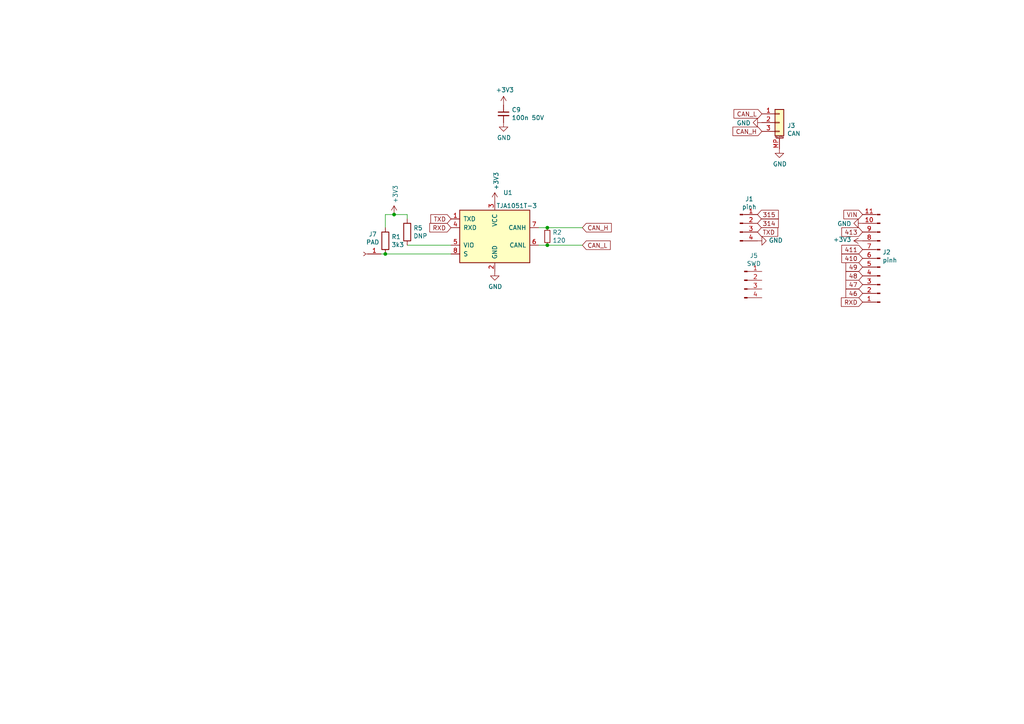
<source format=kicad_sch>
(kicad_sch (version 20211123) (generator eeschema)
  (paper "A4")
  (lib_symbols
    (symbol "Connector:Conn_01x01_Female" (pin_names (offset 1.016) hide)
      (property "Reference" "J" (at 0 2.54 0))
      (property "Value" "Conn_01x01_Female" (at 0 -2.54 0))
      (symbol "Conn_01x01_Female_1_1"
        (polyline (pts (xy -1.27 0) (xy -0.508 0)) (stroke (width 0.1524)))
        (arc (start 0 0.508) (mid -0.508 0) (end 0 -0.508) (stroke (width 0.1524)))
        (pin passive line (at -5.08 0 0) (length 3.81) (name "Pin_1") (number "1"))
      )
    )
    (symbol "Connector:Conn_01x04_Male" (pin_names (offset 1.016) hide)
      (property "Reference" "J" (at 0 5.08 0))
      (property "Value" "Conn_01x04_Male" (at 0 -7.62 0))
      (symbol "Conn_01x04_Male_1_1"
        (polyline (pts (xy 1.27 -5.08) (xy 0.8636 -5.08)) (stroke (width 0.1524)))
        (polyline (pts (xy 1.27 -2.54) (xy 0.8636 -2.54)) (stroke (width 0.1524)))
        (polyline (pts (xy 1.27 0) (xy 0.8636 0)) (stroke (width 0.1524)))
        (polyline (pts (xy 1.27 2.54) (xy 0.8636 2.54)) (stroke (width 0.1524)))
        (rectangle (start 0.8636 -4.953) (end 0 -5.207) (stroke (width 0.1524)) (fill (type outline)))
        (rectangle (start 0.8636 -2.413) (end 0 -2.667) (stroke (width 0.1524)) (fill (type outline)))
        (rectangle (start 0.8636 0.127) (end 0 -0.127) (stroke (width 0.1524)) (fill (type outline)))
        (rectangle (start 0.8636 2.667) (end 0 2.413) (stroke (width 0.1524)) (fill (type outline)))
        (pin passive line (at 5.08 2.54 180) (length 3.81) (name "Pin_1") (number "1"))
        (pin passive line (at 5.08 0 180) (length 3.81) (name "Pin_2") (number "2"))
        (pin passive line (at 5.08 -2.54 180) (length 3.81) (name "Pin_3") (number "3"))
        (pin passive line (at 5.08 -5.08 180) (length 3.81) (name "Pin_4") (number "4"))
      )
    )
    (symbol "Connector:Conn_01x11_Male" (pin_names (offset 1.016) hide)
      (property "Reference" "J" (at 0 15.24 0))
      (property "Value" "Conn_01x11_Male" (at 0 -15.24 0))
      (symbol "Conn_01x11_Male_1_1"
        (polyline (pts (xy 1.27 -12.7) (xy 0.8636 -12.7)) (stroke (width 0.1524)))
        (polyline (pts (xy 1.27 -10.16) (xy 0.8636 -10.16)) (stroke (width 0.1524)))
        (polyline (pts (xy 1.27 -7.62) (xy 0.8636 -7.62)) (stroke (width 0.1524)))
        (polyline (pts (xy 1.27 -5.08) (xy 0.8636 -5.08)) (stroke (width 0.1524)))
        (polyline (pts (xy 1.27 -2.54) (xy 0.8636 -2.54)) (stroke (width 0.1524)))
        (polyline (pts (xy 1.27 0) (xy 0.8636 0)) (stroke (width 0.1524)))
        (polyline (pts (xy 1.27 2.54) (xy 0.8636 2.54)) (stroke (width 0.1524)))
        (polyline (pts (xy 1.27 5.08) (xy 0.8636 5.08)) (stroke (width 0.1524)))
        (polyline (pts (xy 1.27 7.62) (xy 0.8636 7.62)) (stroke (width 0.1524)))
        (polyline (pts (xy 1.27 10.16) (xy 0.8636 10.16)) (stroke (width 0.1524)))
        (polyline (pts (xy 1.27 12.7) (xy 0.8636 12.7)) (stroke (width 0.1524)))
        (rectangle (start 0.8636 -12.573) (end 0 -12.827) (stroke (width 0.1524)) (fill (type outline)))
        (rectangle (start 0.8636 -10.033) (end 0 -10.287) (stroke (width 0.1524)) (fill (type outline)))
        (rectangle (start 0.8636 -7.493) (end 0 -7.747) (stroke (width 0.1524)) (fill (type outline)))
        (rectangle (start 0.8636 -4.953) (end 0 -5.207) (stroke (width 0.1524)) (fill (type outline)))
        (rectangle (start 0.8636 -2.413) (end 0 -2.667) (stroke (width 0.1524)) (fill (type outline)))
        (rectangle (start 0.8636 0.127) (end 0 -0.127) (stroke (width 0.1524)) (fill (type outline)))
        (rectangle (start 0.8636 2.667) (end 0 2.413) (stroke (width 0.1524)) (fill (type outline)))
        (rectangle (start 0.8636 5.207) (end 0 4.953) (stroke (width 0.1524)) (fill (type outline)))
        (rectangle (start 0.8636 7.747) (end 0 7.493) (stroke (width 0.1524)) (fill (type outline)))
        (rectangle (start 0.8636 10.287) (end 0 10.033) (stroke (width 0.1524)) (fill (type outline)))
        (rectangle (start 0.8636 12.827) (end 0 12.573) (stroke (width 0.1524)) (fill (type outline)))
        (pin passive line (at 5.08 12.7 180) (length 3.81) (name "Pin_1") (number "1"))
        (pin passive line (at 5.08 -10.16 180) (length 3.81) (name "Pin_10") (number "10"))
        (pin passive line (at 5.08 -12.7 180) (length 3.81) (name "Pin_11") (number "11"))
        (pin passive line (at 5.08 10.16 180) (length 3.81) (name "Pin_2") (number "2"))
        (pin passive line (at 5.08 7.62 180) (length 3.81) (name "Pin_3") (number "3"))
        (pin passive line (at 5.08 5.08 180) (length 3.81) (name "Pin_4") (number "4"))
        (pin passive line (at 5.08 2.54 180) (length 3.81) (name "Pin_5") (number "5"))
        (pin passive line (at 5.08 0 180) (length 3.81) (name "Pin_6") (number "6"))
        (pin passive line (at 5.08 -2.54 180) (length 3.81) (name "Pin_7") (number "7"))
        (pin passive line (at 5.08 -5.08 180) (length 3.81) (name "Pin_8") (number "8"))
        (pin passive line (at 5.08 -7.62 180) (length 3.81) (name "Pin_9") (number "9"))
      )
    )
    (symbol "Connector_Generic_MountingPin:Conn_01x03_MountingPin" (pin_names (offset 1.016) hide)
      (property "Reference" "J" (at 0 5.08 0))
      (property "Value" "Conn_01x03_MountingPin" (at 1.27 -5.08 0))
      (symbol "Conn_01x03_MountingPin_1_1"
        (rectangle (start -1.27 -2.413) (end 0 -2.667) (stroke (width 0.1524)))
        (rectangle (start -1.27 0.127) (end 0 -0.127) (stroke (width 0.1524)))
        (rectangle (start -1.27 2.667) (end 0 2.413) (stroke (width 0.1524)))
        (rectangle (start -1.27 3.81) (end 1.27 -3.81) (stroke (width 0.254)) (fill (type background)))
        (polyline (pts (xy -1.016 -4.572) (xy 1.016 -4.572)) (stroke (width 0.1524)))
        (text "Mounting" (at 0 -4.191 0) (effects (font (size 0.381 0.381))))
        (pin passive line (at -5.08 2.54 0) (length 3.81) (name "Pin_1") (number "1"))
        (pin passive line (at -5.08 0 0) (length 3.81) (name "Pin_2") (number "2"))
        (pin passive line (at -5.08 -2.54 0) (length 3.81) (name "Pin_3") (number "3"))
        (pin passive line (at 0 -7.62 90) (length 3.048) (name "MountPin") (number "MP"))
      )
    )
    (symbol "Device:C_Small" (pin_numbers hide) (pin_names (offset 0.254) hide)
      (property "Reference" "C" (at 0.254 1.778 0))
      (property "Value" "C_Small" (at 0.254 -2.032 0))
      (symbol "C_Small_0_1"
        (polyline (pts (xy -1.524 -0.508) (xy 1.524 -0.508)) (stroke (width 0.3302)))
        (polyline (pts (xy -1.524 0.508) (xy 1.524 0.508)) (stroke (width 0.3048)))
      )
      (symbol "C_Small_1_1"
        (pin passive line (at 0 2.54 270) (length 2.032) (name "~") (number "1"))
        (pin passive line (at 0 -2.54 90) (length 2.032) (name "~") (number "2"))
      )
    )
    (symbol "Device:R" (pin_numbers hide) (pin_names (offset 0))
      (property "Reference" "R" (at 2.032 0 90))
      (property "Value" "R" (at 0 0 90))
      (symbol "R_0_1"
        (rectangle (start -1.016 -2.54) (end 1.016 2.54) (stroke (width 0.254)))
      )
      (symbol "R_1_1"
        (pin passive line (at 0 3.81 270) (length 1.27) (name "~") (number "1"))
        (pin passive line (at 0 -3.81 90) (length 1.27) (name "~") (number "2"))
      )
    )
    (symbol "Device:R_Small" (pin_numbers hide) (pin_names (offset 0.254) hide)
      (property "Reference" "R" (at 0.762 0.508 0))
      (property "Value" "R_Small" (at 0.762 -1.016 0))
      (symbol "R_Small_0_1"
        (rectangle (start -0.762 1.778) (end 0.762 -1.778) (stroke (width 0.2032)))
      )
      (symbol "R_Small_1_1"
        (pin passive line (at 0 2.54 270) (length 0.762) (name "~") (number "1"))
        (pin passive line (at 0 -2.54 90) (length 0.762) (name "~") (number "2"))
      )
    )
    (symbol "Interface_CAN_LIN:TJA1051T-3" (pin_names (offset 1.016))
      (property "Reference" "U" (at -10.16 8.89 0))
      (property "Value" "TJA1051T-3" (at 1.27 8.89 0))
      (symbol "TJA1051T-3_0_1"
        (rectangle (start -10.16 7.62) (end 10.16 -7.62) (stroke (width 0.254)) (fill (type background)))
      )
      (symbol "TJA1051T-3_1_1"
        (pin input line (at -12.7 5.08 0) (length 2.54) (name "TXD") (number "1"))
        (pin power_in line (at 0 -10.16 90) (length 2.54) (name "GND") (number "2"))
        (pin power_in line (at 0 10.16 270) (length 2.54) (name "VCC") (number "3"))
        (pin output line (at -12.7 2.54 0) (length 2.54) (name "RXD") (number "4"))
        (pin power_in line (at -12.7 -2.54 0) (length 2.54) (name "VIO") (number "5"))
        (pin bidirectional line (at 12.7 -2.54 180) (length 2.54) (name "CANL") (number "6"))
        (pin bidirectional line (at 12.7 2.54 180) (length 2.54) (name "CANH") (number "7"))
        (pin input line (at -12.7 -5.08 0) (length 2.54) (name "S") (number "8"))
      )
    )
    (symbol "power:+3V3" (power) (pin_names (offset 0))
      (property "Value" "+3V3" (at 0 3.556 0))
      (symbol "+3V3_0_1"
        (polyline (pts (xy -0.762 1.27) (xy 0 2.54)))
        (polyline (pts (xy 0 0) (xy 0 2.54)))
        (polyline (pts (xy 0 2.54) (xy 0.762 1.27)))
      )
      (symbol "+3V3_1_1"
        (pin power_in line (at 0 0 90) (length 0) hide (name "+3V3") (number "1"))
      )
    )
    (symbol "power:GND" (power) (pin_names (offset 0))
      (property "Value" "GND" (at 0 -3.81 0))
      (symbol "GND_0_1"
        (polyline (pts (xy 0 0) (xy 0 -1.27) (xy 1.27 -1.27) (xy 0 -2.54) (xy -1.27 -1.27) (xy 0 -1.27)))
      )
      (symbol "GND_1_1"
        (pin power_in line (at 0 0 270) (length 0) hide (name "GND") (number "1"))
      )
    )
  )
  (junction (at 158.75 66.04))
  (junction (at 114.3 62.23))
  (junction (at 158.75 71.12))
  (junction (at 111.76 73.66))
  (wire (pts (xy 111.76 62.23) (xy 111.76 66.04)))
  (wire (pts (xy 156.21 71.12) (xy 158.75 71.12)))
  (wire (pts (xy 118.11 62.23) (xy 114.3 62.23)))
  (wire (pts (xy 158.75 71.12) (xy 168.91 71.12)))
  (wire (pts (xy 156.21 66.04) (xy 158.75 66.04)))
  (wire (pts (xy 110.49 73.66) (xy 111.76 73.66)))
  (wire (pts (xy 118.11 71.12) (xy 130.81 71.12)))
  (wire (pts (xy 111.76 73.66) (xy 130.81 73.66)))
  (wire (pts (xy 114.3 62.23) (xy 111.76 62.23)))
  (wire (pts (xy 118.11 63.5) (xy 118.11 62.23)))
  (wire (pts (xy 168.91 66.04) (xy 158.75 66.04)))
  (global_label "315" (shape input) (at 219.71 62.23 0) (property "Intersheet References" "${INTERSHEET_REFS}" (effects hide)))
  (global_label "RXD" (shape input) (at 250.19 87.63 180) (property "Intersheet References" "${INTERSHEET_REFS}" (effects hide)))
  (global_label "VIN" (shape input) (at 250.19 62.23 180) (property "Intersheet References" "${INTERSHEET_REFS}" (effects hide)))
  (global_label "CAN_H" (shape input) (at 168.91 66.04 0) (property "Intersheet References" "${INTERSHEET_REFS}" (effects hide)))
  (global_label "410" (shape input) (at 250.19 74.93 180) (property "Intersheet References" "${INTERSHEET_REFS}" (effects hide)))
  (global_label "CAN_L" (shape input) (at 168.91 71.12 0) (property "Intersheet References" "${INTERSHEET_REFS}" (effects hide)))
  (global_label "314" (shape input) (at 219.71 64.77 0) (property "Intersheet References" "${INTERSHEET_REFS}" (effects hide)))
  (global_label "RXD" (shape input) (at 130.81 66.04 180) (property "Intersheet References" "${INTERSHEET_REFS}" (effects hide)))
  (global_label "47" (shape input) (at 250.19 82.55 180) (property "Intersheet References" "${INTERSHEET_REFS}" (effects hide)))
  (global_label "411" (shape input) (at 250.19 72.39 180) (property "Intersheet References" "${INTERSHEET_REFS}" (effects hide)))
  (global_label "413" (shape input) (at 250.19 67.31 180) (property "Intersheet References" "${INTERSHEET_REFS}" (effects hide)))
  (global_label "48" (shape input) (at 250.19 80.01 180) (property "Intersheet References" "${INTERSHEET_REFS}" (effects hide)))
  (global_label "TXD" (shape input) (at 219.71 67.31 0) (property "Intersheet References" "${INTERSHEET_REFS}" (effects hide)))
  (global_label "TXD" (shape input) (at 130.81 63.5 180) (property "Intersheet References" "${INTERSHEET_REFS}" (effects hide)))
  (global_label "CAN_L" (shape input) (at 220.98 33.02 180) (property "Intersheet References" "${INTERSHEET_REFS}" (effects hide)))
  (global_label "CAN_H" (shape input) (at 220.98 38.1 180) (property "Intersheet References" "${INTERSHEET_REFS}" (effects hide)))
  (global_label "49" (shape input) (at 250.19 77.47 180) (property "Intersheet References" "${INTERSHEET_REFS}" (effects hide)))
  (global_label "46" (shape input) (at 250.19 85.09 180) (property "Intersheet References" "${INTERSHEET_REFS}" (effects hide)))
  (symbol (lib_id "power:GND") (at 219.71 69.85 90) (unit 1)
    (property "Reference" "#PWR0124" (effects hide))
    (property "Value" "GND" (at 222.9612 69.723 90) (effects (justify right)))
  )
  (symbol (lib_id "power:GND") (at 250.19 64.77 270) (unit 1)
    (property "Reference" "#PWR0125" (effects hide))
    (property "Value" "GND" (at 246.9388 64.897 90) (effects (justify right)))
  )
  (symbol (lib_id "power:+3V3") (at 250.19 69.85 90) (unit 1)
    (property "Reference" "#PWR0128" (effects hide))
    (property "Value" "+3V3" (at 246.9388 69.469 90) (effects (justify left)))
  )
  (symbol (lib_id "Connector:Conn_01x04_Male") (at 215.9 81.28 0) (unit 1)
    (property "Reference" "J5" (at 218.6432 74.1426 0))
    (property "Value" "SWD" (at 218.6432 76.454 0))
    (property "Footprint" "otter:PinHeader_1x04_P2.54mm_Vertical_HOLESONLY" (effects hide))
  )
  (symbol (lib_id "Device:C_Small") (at 146.05 33.02 0) (unit 1)
    (property "Reference" "C9" (at 148.3868 31.8516 0) (effects (justify left)))
    (property "Value" "100n 50V" (at 148.3868 34.163 0) (effects (justify left)))
    (property "Footprint" "Capacitor_SMD:C_0603_1608Metric" (effects hide))
  )
  (symbol (lib_id "power:+3V3") (at 146.05 30.48 0) (unit 1)
    (property "Reference" "#PWR0141" (effects hide))
    (property "Value" "+3V3" (at 146.431 26.0858 0))
  )
  (symbol (lib_id "power:GND") (at 146.05 35.56 0) (unit 1)
    (property "Reference" "#PWR0142" (effects hide))
    (property "Value" "GND" (at 146.177 39.9542 0))
  )
  (symbol (lib_id "Connector:Conn_01x01_Female") (at 105.41 73.66 180) (unit 1)
    (property "Reference" "J7" (at 108.1024 67.945 0))
    (property "Value" "PAD" (at 108.1024 70.2564 0))
    (property "Footprint" "otter:PinHeader_1x01_P2.54mm_Vertical_NOSILK" (effects hide))
  )
  (symbol (lib_id "Interface_CAN_LIN:TJA1051T-3") (at 143.51 68.58 0) (unit 1)
    (property "Reference" "U1" (at 147.32 55.88 0))
    (property "Value" "TJA1051T-3" (at 149.86 59.69 0))
    (property "Footprint" "Package_SO:SOIC-8_3.9x4.9mm_P1.27mm" (effects hide))
    (property "Datasheet" "http://www.nxp.com/documents/data_sheet/TJA1051.pdf" (effects hide))
  )
  (symbol (lib_id "power:GND") (at 143.51 78.74 0) (unit 1)
    (property "Reference" "#PWR0101" (effects hide))
    (property "Value" "GND" (at 143.637 83.1342 0))
  )
  (symbol (lib_id "power:+3V3") (at 143.51 58.42 0) (unit 1)
    (property "Reference" "#PWR0102" (effects hide))
    (property "Value" "+3V3" (at 143.891 55.1688 90) (effects (justify left)))
  )
  (symbol (lib_id "Device:R_Small") (at 158.75 68.58 0) (unit 1)
    (property "Reference" "R2" (at 160.2486 67.4116 0) (effects (justify left)))
    (property "Value" "120" (at 160.2486 69.723 0) (effects (justify left)))
    (property "Footprint" "Resistor_SMD:R_0603_1608Metric" (effects hide))
  )
  (symbol (lib_id "Device:R") (at 111.76 69.85 0) (unit 1)
    (property "Reference" "R1" (at 113.538 68.6816 0) (effects (justify left)))
    (property "Value" "3k3" (at 113.538 70.993 0) (effects (justify left)))
    (property "Footprint" "Resistor_SMD:R_0603_1608Metric" (effects hide))
  )
  (symbol (lib_id "power:+3V3") (at 114.3 62.23 0) (unit 1)
    (property "Reference" "#PWR0104" (effects hide))
    (property "Value" "+3V3" (at 114.681 58.9788 90) (effects (justify left)))
  )
  (symbol (lib_id "Connector:Conn_01x04_Male") (at 214.63 64.77 0) (unit 1)
    (property "Reference" "J1" (at 217.3224 57.7088 0))
    (property "Value" "pinh" (at 217.3224 60.0202 0))
    (property "Footprint" "otter:PinHeader_1x04_P2.54mm_Vertical_NOSILK" (effects hide))
  )
  (symbol (lib_id "Connector:Conn_01x11_Male") (at 255.27 74.93 180) (unit 1)
    (property "Reference" "J2" (at 255.9558 73.152 0) (effects (justify right)))
    (property "Value" "pinh" (at 255.9558 75.4634 0) (effects (justify right)))
    (property "Footprint" "otter:PinHeader_1x11_P2.54mm_Vertical_NOSILK" (effects hide))
  )
  (symbol (lib_id "Device:R") (at 118.11 67.31 180) (unit 1)
    (property "Reference" "R5" (at 119.888 66.1416 0) (effects (justify right)))
    (property "Value" "DNP" (at 119.888 68.453 0) (effects (justify right)))
    (property "Footprint" "Resistor_SMD:R_0603_1608Metric" (effects hide))
  )
  (symbol (lib_id "Connector_Generic_MountingPin:Conn_01x03_MountingPin") (at 226.06 35.56 0) (unit 1)
    (property "Reference" "J3" (at 228.2952 36.4236 0) (effects (justify left)))
    (property "Value" "CAN" (at 228.2952 38.735 0) (effects (justify left)))
    (property "Footprint" "go-e:JST_XH_3Pin_short_pads" (effects hide))
  )
  (symbol (lib_id "power:GND") (at 220.98 35.56 270) (unit 1)
    (property "Reference" "#PWR0106" (effects hide))
    (property "Value" "GND" (at 217.7288 35.687 90) (effects (justify right)))
  )
  (symbol (lib_id "power:GND") (at 226.06 43.18 0) (unit 1)
    (property "Reference" "#PWR0107" (effects hide))
    (property "Value" "GND" (at 226.187 47.5742 0))
  )
)
</source>
